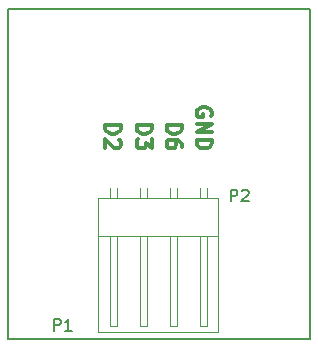
<source format=gbr>
G04 #@! TF.FileFunction,Legend,Top*
%FSLAX46Y46*%
G04 Gerber Fmt 4.6, Leading zero omitted, Abs format (unit mm)*
G04 Created by KiCad (PCBNEW 4.0.6) date 08/13/17 19:57:06*
%MOMM*%
%LPD*%
G01*
G04 APERTURE LIST*
%ADD10C,0.100000*%
%ADD11C,0.150000*%
%ADD12C,0.300000*%
%ADD13C,0.120000*%
G04 APERTURE END LIST*
D10*
D11*
X164241000Y-62745000D02*
X138711000Y-62745000D01*
X164241000Y-90675000D02*
X164241000Y-62745000D01*
X138711000Y-90675000D02*
X164241000Y-90675000D01*
X138711000Y-62745000D02*
X138711000Y-90675000D01*
D12*
X155869400Y-71831324D02*
X155931305Y-71707515D01*
X155931305Y-71521800D01*
X155869400Y-71336086D01*
X155745590Y-71212277D01*
X155621781Y-71150372D01*
X155374162Y-71088467D01*
X155188448Y-71088467D01*
X154940829Y-71150372D01*
X154817019Y-71212277D01*
X154693210Y-71336086D01*
X154631305Y-71521800D01*
X154631305Y-71645610D01*
X154693210Y-71831324D01*
X154755114Y-71893229D01*
X155188448Y-71893229D01*
X155188448Y-71645610D01*
X154631305Y-72450372D02*
X155931305Y-72450372D01*
X154631305Y-73193229D01*
X155931305Y-73193229D01*
X154631305Y-73812277D02*
X155931305Y-73812277D01*
X155931305Y-74121801D01*
X155869400Y-74307515D01*
X155745590Y-74431324D01*
X155621781Y-74493229D01*
X155374162Y-74555134D01*
X155188448Y-74555134D01*
X154940829Y-74493229D01*
X154817019Y-74431324D01*
X154693210Y-74307515D01*
X154631305Y-74121801D01*
X154631305Y-73812277D01*
X152091305Y-72573477D02*
X153391305Y-72573477D01*
X153391305Y-72883001D01*
X153329400Y-73068715D01*
X153205590Y-73192524D01*
X153081781Y-73254429D01*
X152834162Y-73316334D01*
X152648448Y-73316334D01*
X152400829Y-73254429D01*
X152277019Y-73192524D01*
X152153210Y-73068715D01*
X152091305Y-72883001D01*
X152091305Y-72573477D01*
X153391305Y-74430620D02*
X153391305Y-74183001D01*
X153329400Y-74059191D01*
X153267495Y-73997286D01*
X153081781Y-73873477D01*
X152834162Y-73811572D01*
X152338924Y-73811572D01*
X152215114Y-73873477D01*
X152153210Y-73935382D01*
X152091305Y-74059191D01*
X152091305Y-74306810D01*
X152153210Y-74430620D01*
X152215114Y-74492524D01*
X152338924Y-74554429D01*
X152648448Y-74554429D01*
X152772257Y-74492524D01*
X152834162Y-74430620D01*
X152896067Y-74306810D01*
X152896067Y-74059191D01*
X152834162Y-73935382D01*
X152772257Y-73873477D01*
X152648448Y-73811572D01*
X149551305Y-72573477D02*
X150851305Y-72573477D01*
X150851305Y-72883001D01*
X150789400Y-73068715D01*
X150665590Y-73192524D01*
X150541781Y-73254429D01*
X150294162Y-73316334D01*
X150108448Y-73316334D01*
X149860829Y-73254429D01*
X149737019Y-73192524D01*
X149613210Y-73068715D01*
X149551305Y-72883001D01*
X149551305Y-72573477D01*
X150851305Y-73749667D02*
X150851305Y-74554429D01*
X150356067Y-74121096D01*
X150356067Y-74306810D01*
X150294162Y-74430620D01*
X150232257Y-74492524D01*
X150108448Y-74554429D01*
X149798924Y-74554429D01*
X149675114Y-74492524D01*
X149613210Y-74430620D01*
X149551305Y-74306810D01*
X149551305Y-73935382D01*
X149613210Y-73811572D01*
X149675114Y-73749667D01*
X146909705Y-72573477D02*
X148209705Y-72573477D01*
X148209705Y-72883001D01*
X148147800Y-73068715D01*
X148023990Y-73192524D01*
X147900181Y-73254429D01*
X147652562Y-73316334D01*
X147466848Y-73316334D01*
X147219229Y-73254429D01*
X147095419Y-73192524D01*
X146971610Y-73068715D01*
X146909705Y-72883001D01*
X146909705Y-72573477D01*
X148085895Y-73811572D02*
X148147800Y-73873477D01*
X148209705Y-73997286D01*
X148209705Y-74306810D01*
X148147800Y-74430620D01*
X148085895Y-74492524D01*
X147962086Y-74554429D01*
X147838276Y-74554429D01*
X147652562Y-74492524D01*
X146909705Y-73749667D01*
X146909705Y-74554429D01*
D13*
X152999400Y-89589000D02*
X152999400Y-81989000D01*
X152359400Y-89589000D02*
X152999400Y-89589000D01*
X152359400Y-81989000D02*
X152359400Y-89589000D01*
X152359400Y-78789000D02*
X152359400Y-77889000D01*
X152999400Y-77889000D02*
X152999400Y-78789000D01*
X152999400Y-77889000D02*
X152999400Y-78789000D01*
X152359400Y-78789000D02*
X152359400Y-77889000D01*
X152359400Y-81989000D02*
X152359400Y-89589000D01*
X152359400Y-89589000D02*
X152999400Y-89589000D01*
X152999400Y-89589000D02*
X152999400Y-81989000D01*
X152999400Y-89589000D02*
X152999400Y-81989000D01*
X152359400Y-89589000D02*
X152999400Y-89589000D01*
X152359400Y-81989000D02*
X152359400Y-89589000D01*
X152359400Y-78789000D02*
X152359400Y-77889000D01*
X152999400Y-77889000D02*
X152999400Y-78789000D01*
X152999400Y-77889000D02*
X152999400Y-78789000D01*
X152359400Y-78789000D02*
X152359400Y-77889000D01*
X152359400Y-81989000D02*
X152359400Y-89589000D01*
X152359400Y-89589000D02*
X152999400Y-89589000D01*
X152999400Y-89589000D02*
X152999400Y-81989000D01*
X155539400Y-89589000D02*
X155539400Y-81989000D01*
X154899400Y-89589000D02*
X155539400Y-89589000D01*
X154899400Y-81989000D02*
X154899400Y-89589000D01*
X154899400Y-78789000D02*
X154899400Y-77889000D01*
X155539400Y-77889000D02*
X155539400Y-78789000D01*
X155539400Y-77889000D02*
X155539400Y-78789000D01*
X154899400Y-78789000D02*
X154899400Y-77889000D01*
X154899400Y-81989000D02*
X154899400Y-89589000D01*
X154899400Y-89589000D02*
X155539400Y-89589000D01*
X155539400Y-89589000D02*
X155539400Y-81989000D01*
X155539400Y-89589000D02*
X155539400Y-81989000D01*
X154899400Y-89589000D02*
X155539400Y-89589000D01*
X154899400Y-81989000D02*
X154899400Y-89589000D01*
X154899400Y-78789000D02*
X154899400Y-77889000D01*
X155539400Y-77889000D02*
X155539400Y-78789000D01*
X155539400Y-77889000D02*
X155539400Y-78789000D01*
X154899400Y-78789000D02*
X154899400Y-77889000D01*
X154899400Y-81989000D02*
X154899400Y-89589000D01*
X154899400Y-89589000D02*
X155539400Y-89589000D01*
X155539400Y-89589000D02*
X155539400Y-81989000D01*
X150459400Y-89589000D02*
X150459400Y-81989000D01*
X149819400Y-89589000D02*
X150459400Y-89589000D01*
X149819400Y-81989000D02*
X149819400Y-89589000D01*
X149819400Y-78789000D02*
X149819400Y-77889000D01*
X150459400Y-77889000D02*
X150459400Y-78789000D01*
X150459400Y-77889000D02*
X150459400Y-78789000D01*
X149819400Y-78789000D02*
X149819400Y-77889000D01*
X149819400Y-81989000D02*
X149819400Y-89589000D01*
X149819400Y-89589000D02*
X150459400Y-89589000D01*
X150459400Y-89589000D02*
X150459400Y-81989000D01*
X150459400Y-89589000D02*
X150459400Y-81989000D01*
X149819400Y-89589000D02*
X150459400Y-89589000D01*
X149819400Y-81989000D02*
X149819400Y-89589000D01*
X149819400Y-78789000D02*
X149819400Y-77889000D01*
X150459400Y-77889000D02*
X150459400Y-78789000D01*
X150459400Y-77889000D02*
X150459400Y-78789000D01*
X149819400Y-78789000D02*
X149819400Y-77889000D01*
X149819400Y-81989000D02*
X149819400Y-89589000D01*
X149819400Y-89589000D02*
X150459400Y-89589000D01*
X150459400Y-89589000D02*
X150459400Y-81989000D01*
X147919400Y-89589000D02*
X147919400Y-81989000D01*
X147279400Y-89589000D02*
X147919400Y-89589000D01*
X147279400Y-81989000D02*
X147279400Y-89589000D01*
X147279400Y-78789000D02*
X147279400Y-77889000D01*
X147919400Y-77889000D02*
X147919400Y-78789000D01*
X147919400Y-77889000D02*
X147919400Y-78789000D01*
X147279400Y-78789000D02*
X147279400Y-77889000D01*
X147279400Y-81989000D02*
X147279400Y-89589000D01*
X147279400Y-89589000D02*
X147919400Y-89589000D01*
X147919400Y-89589000D02*
X147919400Y-81989000D01*
X147919400Y-89589000D02*
X147919400Y-81989000D01*
X147279400Y-89589000D02*
X147919400Y-89589000D01*
X147279400Y-81989000D02*
X147279400Y-89589000D01*
X147279400Y-78789000D02*
X147279400Y-77889000D01*
X147919400Y-77889000D02*
X147919400Y-78789000D01*
X147919400Y-77889000D02*
X147919400Y-78789000D01*
X147279400Y-78789000D02*
X147279400Y-77889000D01*
X147279400Y-81989000D02*
X147279400Y-89589000D01*
X147279400Y-89589000D02*
X147919400Y-89589000D01*
X147919400Y-89589000D02*
X147919400Y-81989000D01*
X156409400Y-81989000D02*
X146309400Y-81989000D01*
X146309400Y-78789000D02*
X146309400Y-90099000D01*
X146309400Y-90099000D02*
X156409400Y-90099000D01*
X156409400Y-90099000D02*
X156409400Y-78789000D01*
X156409400Y-78789000D02*
X146309400Y-78789000D01*
D11*
X142552905Y-89987381D02*
X142552905Y-88987381D01*
X142933858Y-88987381D01*
X143029096Y-89035000D01*
X143076715Y-89082619D01*
X143124334Y-89177857D01*
X143124334Y-89320714D01*
X143076715Y-89415952D01*
X143029096Y-89463571D01*
X142933858Y-89511190D01*
X142552905Y-89511190D01*
X144076715Y-89987381D02*
X143505286Y-89987381D01*
X143791000Y-89987381D02*
X143791000Y-88987381D01*
X143695762Y-89130238D01*
X143600524Y-89225476D01*
X143505286Y-89273095D01*
X157522905Y-79047381D02*
X157522905Y-78047381D01*
X157903858Y-78047381D01*
X157999096Y-78095000D01*
X158046715Y-78142619D01*
X158094334Y-78237857D01*
X158094334Y-78380714D01*
X158046715Y-78475952D01*
X157999096Y-78523571D01*
X157903858Y-78571190D01*
X157522905Y-78571190D01*
X158475286Y-78142619D02*
X158522905Y-78095000D01*
X158618143Y-78047381D01*
X158856239Y-78047381D01*
X158951477Y-78095000D01*
X158999096Y-78142619D01*
X159046715Y-78237857D01*
X159046715Y-78333095D01*
X158999096Y-78475952D01*
X158427667Y-79047381D01*
X159046715Y-79047381D01*
M02*

</source>
